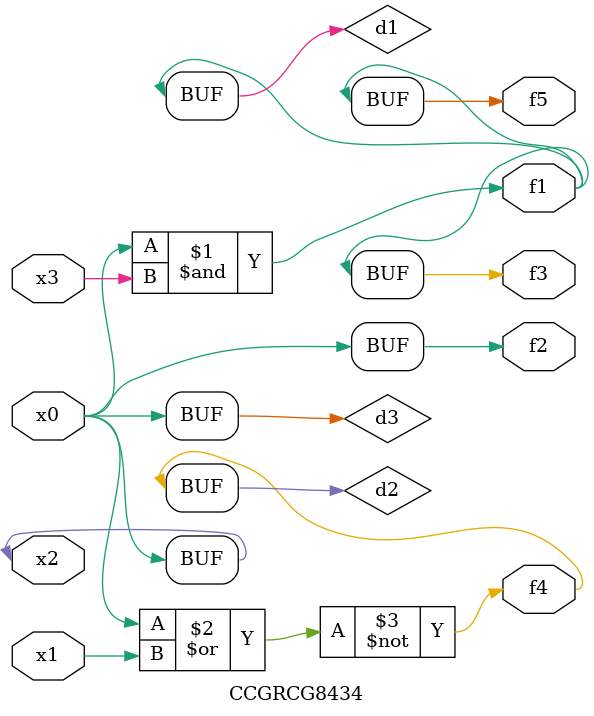
<source format=v>
module CCGRCG8434(
	input x0, x1, x2, x3,
	output f1, f2, f3, f4, f5
);

	wire d1, d2, d3;

	and (d1, x2, x3);
	nor (d2, x0, x1);
	buf (d3, x0, x2);
	assign f1 = d1;
	assign f2 = d3;
	assign f3 = d1;
	assign f4 = d2;
	assign f5 = d1;
endmodule

</source>
